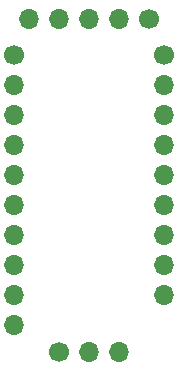
<source format=gbr>
%TF.GenerationSoftware,KiCad,Pcbnew,8.0.5*%
%TF.CreationDate,2025-01-09T20:32:44-08:00*%
%TF.ProjectId,PIC32Flex,50494333-3246-46c6-9578-2e6b69636164,rev?*%
%TF.SameCoordinates,Original*%
%TF.FileFunction,Soldermask,Bot*%
%TF.FilePolarity,Negative*%
%FSLAX46Y46*%
G04 Gerber Fmt 4.6, Leading zero omitted, Abs format (unit mm)*
G04 Created by KiCad (PCBNEW 8.0.5) date 2025-01-09 20:32:44*
%MOMM*%
%LPD*%
G01*
G04 APERTURE LIST*
%ADD10C,1.700000*%
%ADD11O,1.700000X1.700000*%
G04 APERTURE END LIST*
D10*
%TO.C,J1*%
X103837600Y-100170800D03*
D11*
X106377600Y-100170800D03*
X108917600Y-100170800D03*
%TD*%
D10*
%TO.C,J3*%
X112740000Y-75020000D03*
D11*
X112740000Y-77560000D03*
X112740000Y-80100000D03*
X112740000Y-82640000D03*
X112740000Y-85180000D03*
X112740000Y-87720000D03*
X112740000Y-90260000D03*
X112740000Y-92800000D03*
X112740000Y-95340000D03*
%TD*%
%TO.C,J2*%
X101250000Y-71950000D03*
X103790000Y-71950000D03*
X106330000Y-71950000D03*
X108870000Y-71950000D03*
D10*
X111410000Y-71950000D03*
%TD*%
%TO.C,J4*%
X100040000Y-75020000D03*
D11*
X100040000Y-77560000D03*
X100040000Y-80100000D03*
X100040000Y-82640000D03*
X100040000Y-85180000D03*
X100040000Y-87720000D03*
X100040000Y-90260000D03*
X100040000Y-92800000D03*
X100040000Y-95340000D03*
X100040000Y-97880000D03*
%TD*%
M02*

</source>
